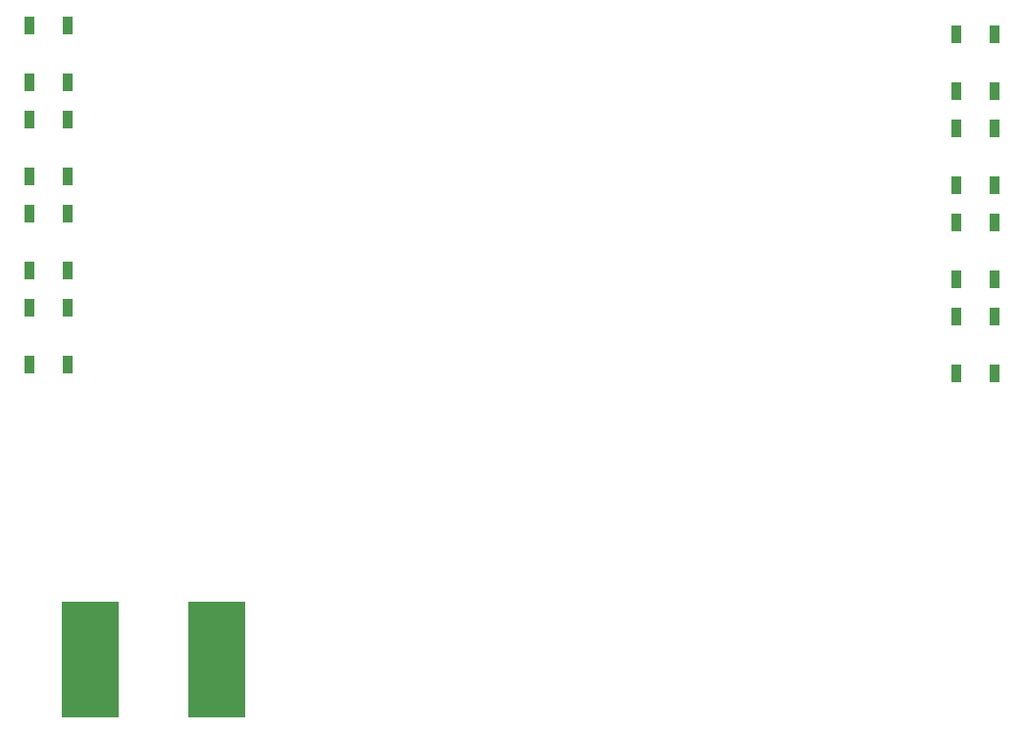
<source format=gtp>
G04 #@! TF.GenerationSoftware,KiCad,Pcbnew,7.0.5-4d25ed1034~172~ubuntu22.04.1*
G04 #@! TF.CreationDate,2023-07-02T14:20:33+02:00*
G04 #@! TF.ProjectId,ESP32_mini_8Port_WLED,45535033-325f-46d6-996e-695f38506f72,rev?*
G04 #@! TF.SameCoordinates,Original*
G04 #@! TF.FileFunction,Paste,Top*
G04 #@! TF.FilePolarity,Positive*
%FSLAX46Y46*%
G04 Gerber Fmt 4.6, Leading zero omitted, Abs format (unit mm)*
G04 Created by KiCad (PCBNEW 7.0.5-4d25ed1034~172~ubuntu22.04.1) date 2023-07-02 14:20:33*
%MOMM*%
%LPD*%
G01*
G04 APERTURE LIST*
%ADD10R,0.900000X1.500000*%
%ADD11R,5.000000X10.000000*%
G04 APERTURE END LIST*
D10*
X98680000Y-108368000D03*
X101980000Y-108368000D03*
X101980000Y-103468000D03*
X98680000Y-103468000D03*
D11*
X103886000Y-133858000D03*
D10*
X178690000Y-101002000D03*
X181990000Y-101002000D03*
X181990000Y-96102000D03*
X178690000Y-96102000D03*
X98680000Y-100240000D03*
X101980000Y-100240000D03*
X101980000Y-95340000D03*
X98680000Y-95340000D03*
X178690000Y-109130000D03*
X181990000Y-109130000D03*
X181990000Y-104230000D03*
X178690000Y-104230000D03*
X178690000Y-84746000D03*
X181990000Y-84746000D03*
X181990000Y-79846000D03*
X178690000Y-79846000D03*
X98680000Y-83984000D03*
X101980000Y-83984000D03*
X101980000Y-79084000D03*
X98680000Y-79084000D03*
X178690000Y-92874000D03*
X181990000Y-92874000D03*
X181990000Y-87974000D03*
X178690000Y-87974000D03*
X98680000Y-92112000D03*
X101980000Y-92112000D03*
X101980000Y-87212000D03*
X98680000Y-87212000D03*
D11*
X114808000Y-133858000D03*
M02*

</source>
